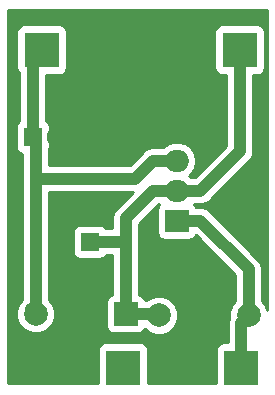
<source format=gbr>
G04 #@! TF.GenerationSoftware,KiCad,Pcbnew,5.0.2-bee76a0~70~ubuntu18.10.1*
G04 #@! TF.CreationDate,2019-02-15T20:09:43+01:00*
G04 #@! TF.ProjectId,vortex,766f7274-6578-42e6-9b69-6361645f7063,rev?*
G04 #@! TF.SameCoordinates,PX335a7c0PY7d7a120*
G04 #@! TF.FileFunction,Copper,L1,Top*
G04 #@! TF.FilePolarity,Positive*
%FSLAX46Y46*%
G04 Gerber Fmt 4.6, Leading zero omitted, Abs format (unit mm)*
G04 Created by KiCad (PCBNEW 5.0.2-bee76a0~70~ubuntu18.10.1) date Fr 15 Feb 2019 20:09:43 CET*
%MOMM*%
%LPD*%
G01*
G04 APERTURE LIST*
G04 #@! TA.AperFunction,ComponentPad*
%ADD10R,3.000000X3.000000*%
G04 #@! TD*
G04 #@! TA.AperFunction,ComponentPad*
%ADD11R,2.000000X1.905000*%
G04 #@! TD*
G04 #@! TA.AperFunction,ComponentPad*
%ADD12O,2.000000X1.905000*%
G04 #@! TD*
G04 #@! TA.AperFunction,ComponentPad*
%ADD13R,2.000000X2.000000*%
G04 #@! TD*
G04 #@! TA.AperFunction,ComponentPad*
%ADD14C,2.000000*%
G04 #@! TD*
G04 #@! TA.AperFunction,ComponentPad*
%ADD15R,1.600000X1.600000*%
G04 #@! TD*
G04 #@! TA.AperFunction,ComponentPad*
%ADD16C,1.600000*%
G04 #@! TD*
G04 #@! TA.AperFunction,ComponentPad*
%ADD17C,3.000000*%
G04 #@! TD*
G04 #@! TA.AperFunction,Conductor*
%ADD18C,1.000000*%
G04 #@! TD*
G04 #@! TA.AperFunction,Conductor*
%ADD19C,0.254000*%
G04 #@! TD*
G04 APERTURE END LIST*
D10*
G04 #@! TO.P,RV10k1,3*
G04 #@! TO.N,Net-(RV10k1-Pad3)*
X10447000Y2032000D03*
G04 #@! TO.P,RV10k1,2*
G04 #@! TO.N,GND*
X15447000Y2032000D03*
G04 #@! TO.P,RV10k1,1*
G04 #@! TO.N,Net-(R1K1-Pad2)*
X20447000Y2032000D03*
G04 #@! TD*
D11*
G04 #@! TO.P,Regulator1,1*
G04 #@! TO.N,Net-(R1K1-Pad2)*
X14986000Y14478000D03*
D12*
G04 #@! TO.P,Regulator1,2*
G04 #@! TO.N,/Motor+*
X14986000Y17018000D03*
G04 #@! TO.P,Regulator1,3*
G04 #@! TO.N,/VIn*
X14986000Y19558000D03*
G04 #@! TD*
D13*
G04 #@! TO.P,D1n4007,1*
G04 #@! TO.N,/Motor+*
X10668000Y6604000D03*
D14*
G04 #@! TO.P,D1n4007,2*
G04 #@! TO.N,/VIn*
X3048000Y6604000D03*
G04 #@! TD*
D15*
G04 #@! TO.P,C47uF20V1,1*
G04 #@! TO.N,/VIn*
X2794000Y21590000D03*
D16*
G04 #@! TO.P,C47uF20V1,2*
G04 #@! TO.N,GND*
X4794000Y21590000D03*
G04 #@! TD*
D17*
G04 #@! TO.P,Motor1,2*
G04 #@! TO.N,GND*
X15240000Y28956000D03*
D10*
G04 #@! TO.P,Motor1,1*
G04 #@! TO.N,/Motor+*
X20320000Y28956000D03*
G04 #@! TD*
D14*
G04 #@! TO.P,R1K1,1*
G04 #@! TO.N,/Motor+*
X13462000Y6477000D03*
G04 #@! TO.P,R1K1,2*
G04 #@! TO.N,Net-(R1K1-Pad2)*
X21082000Y6477000D03*
G04 #@! TD*
D17*
G04 #@! TO.P,VIn1,1*
G04 #@! TO.N,GND*
X8636000Y28956000D03*
D10*
G04 #@! TO.P,VIn1,2*
G04 #@! TO.N,/VIn*
X3556000Y28956000D03*
G04 #@! TD*
D15*
G04 #@! TO.P,C47uF20V2,1*
G04 #@! TO.N,/Motor+*
X7620000Y12700000D03*
D16*
G04 #@! TO.P,C47uF20V2,2*
G04 #@! TO.N,GND*
X5120000Y12700000D03*
G04 #@! TD*
D18*
G04 #@! TO.N,Net-(R1K1-Pad2)*
X21034500Y6477000D02*
X21082000Y6477000D01*
X21082000Y7891213D02*
X21082000Y6477000D01*
X16986000Y14478000D02*
X21082000Y10382000D01*
X21082000Y10382000D02*
X21082000Y7891213D01*
X14986000Y14478000D02*
X16986000Y14478000D01*
X20447000Y5842000D02*
X21082000Y6477000D01*
X20447000Y2032000D02*
X20447000Y5842000D01*
G04 #@! TO.N,/VIn*
X2667000Y6985000D02*
X3048000Y6604000D01*
X2794000Y28194000D02*
X2794000Y21590000D01*
X3556000Y28956000D02*
X2794000Y28194000D01*
X3048000Y21336000D02*
X2794000Y21590000D01*
X11462000Y18034000D02*
X3048000Y18034000D01*
X12986000Y19558000D02*
X11462000Y18034000D01*
X14986000Y19558000D02*
X12986000Y19558000D01*
X3048000Y6604000D02*
X3048000Y18034000D01*
X3048000Y18034000D02*
X3048000Y21336000D01*
G04 #@! TO.N,/Motor+*
X16986000Y17018000D02*
X20320000Y20352000D01*
X14986000Y17018000D02*
X16986000Y17018000D01*
X20320000Y20352000D02*
X20320000Y28956000D01*
X7620000Y12700000D02*
X9420000Y12700000D01*
X13335000Y6604000D02*
X13462000Y6477000D01*
X10668000Y6604000D02*
X13335000Y6604000D01*
X10668000Y8604000D02*
X10668000Y12700000D01*
X10668000Y6604000D02*
X10668000Y8604000D01*
X9420000Y12700000D02*
X10668000Y12700000D01*
X10668000Y14700000D02*
X10668000Y12700000D01*
X12986000Y17018000D02*
X10668000Y14700000D01*
X14986000Y17018000D02*
X12986000Y17018000D01*
G04 #@! TD*
D19*
G04 #@! TO.N,GND*
G36*
X22658000Y6944660D02*
X22468086Y7403153D01*
X22217000Y7654239D01*
X22217000Y10270217D01*
X22239235Y10382000D01*
X22151146Y10824855D01*
X21900289Y11200289D01*
X21805522Y11263610D01*
X17867613Y15201518D01*
X17804289Y15296289D01*
X17428855Y15547146D01*
X17097783Y15613000D01*
X16986000Y15635235D01*
X16874217Y15613000D01*
X16597139Y15613000D01*
X16584157Y15678265D01*
X16447356Y15883000D01*
X16874217Y15883000D01*
X16986000Y15860765D01*
X17097783Y15883000D01*
X17428855Y15948854D01*
X17804289Y16199711D01*
X17867613Y16294482D01*
X21043521Y19470390D01*
X21138289Y19533711D01*
X21389146Y19909145D01*
X21442507Y20177411D01*
X21477235Y20351999D01*
X21455000Y20463782D01*
X21455000Y26808560D01*
X21820000Y26808560D01*
X22067765Y26857843D01*
X22277809Y26998191D01*
X22418157Y27208235D01*
X22467440Y27456000D01*
X22467440Y30456000D01*
X22418157Y30703765D01*
X22277809Y30913809D01*
X22067765Y31054157D01*
X21820000Y31103440D01*
X18820000Y31103440D01*
X18572235Y31054157D01*
X18362191Y30913809D01*
X18221843Y30703765D01*
X18172560Y30456000D01*
X18172560Y27456000D01*
X18221843Y27208235D01*
X18362191Y26998191D01*
X18572235Y26857843D01*
X18820000Y26808560D01*
X19185001Y26808560D01*
X19185000Y20822132D01*
X16515869Y18153000D01*
X16184386Y18153000D01*
X16178023Y18162523D01*
X15990233Y18288000D01*
X16178023Y18413477D01*
X16528891Y18938589D01*
X16652100Y19558000D01*
X16528891Y20177411D01*
X16178023Y20702523D01*
X15652911Y21053391D01*
X15189850Y21145500D01*
X14782150Y21145500D01*
X14319089Y21053391D01*
X13793977Y20702523D01*
X13787614Y20693000D01*
X13097781Y20693000D01*
X12985999Y20715235D01*
X12874217Y20693000D01*
X12543145Y20627146D01*
X12167711Y20376289D01*
X12104391Y20281524D01*
X10991869Y19169000D01*
X4183000Y19169000D01*
X4183000Y20528531D01*
X4192157Y20542235D01*
X4241440Y20790000D01*
X4241440Y22390000D01*
X4192157Y22637765D01*
X4051809Y22847809D01*
X3929000Y22929868D01*
X3929000Y26808560D01*
X5056000Y26808560D01*
X5303765Y26857843D01*
X5513809Y26998191D01*
X5654157Y27208235D01*
X5703440Y27456000D01*
X5703440Y30456000D01*
X5654157Y30703765D01*
X5513809Y30913809D01*
X5303765Y31054157D01*
X5056000Y31103440D01*
X2056000Y31103440D01*
X1808235Y31054157D01*
X1598191Y30913809D01*
X1457843Y30703765D01*
X1408560Y30456000D01*
X1408560Y27456000D01*
X1457843Y27208235D01*
X1598191Y26998191D01*
X1659000Y26957559D01*
X1659001Y22929869D01*
X1536191Y22847809D01*
X1395843Y22637765D01*
X1346560Y22390000D01*
X1346560Y20790000D01*
X1395843Y20542235D01*
X1536191Y20332191D01*
X1746235Y20191843D01*
X1913001Y20158672D01*
X1913000Y18145784D01*
X1890765Y18034000D01*
X1913001Y17922212D01*
X1913000Y7846244D01*
X1848712Y7803288D01*
X1674856Y7543095D01*
X1661914Y7530153D01*
X1654910Y7513244D01*
X1597854Y7427854D01*
X1577819Y7327129D01*
X1413000Y6929222D01*
X1413000Y6278778D01*
X1661914Y5677847D01*
X2121847Y5217914D01*
X2722778Y4969000D01*
X3373222Y4969000D01*
X3974153Y5217914D01*
X4434086Y5677847D01*
X4683000Y6278778D01*
X4683000Y6929222D01*
X4434086Y7530153D01*
X4183000Y7781239D01*
X4183000Y16899000D01*
X11261868Y16899000D01*
X9944482Y15581613D01*
X9849711Y15518289D01*
X9598855Y15142855D01*
X9598854Y15142854D01*
X9510765Y14700000D01*
X9533000Y14588216D01*
X9533000Y13835000D01*
X8959868Y13835000D01*
X8877809Y13957809D01*
X8667765Y14098157D01*
X8420000Y14147440D01*
X6820000Y14147440D01*
X6572235Y14098157D01*
X6362191Y13957809D01*
X6221843Y13747765D01*
X6172560Y13500000D01*
X6172560Y11900000D01*
X6221843Y11652235D01*
X6362191Y11442191D01*
X6572235Y11301843D01*
X6820000Y11252560D01*
X8420000Y11252560D01*
X8667765Y11301843D01*
X8877809Y11442191D01*
X8959868Y11565000D01*
X9533001Y11565000D01*
X9533000Y8492218D01*
X9533001Y8492213D01*
X9533001Y8224587D01*
X9420235Y8202157D01*
X9210191Y8061809D01*
X9069843Y7851765D01*
X9020560Y7604000D01*
X9020560Y5604000D01*
X9069843Y5356235D01*
X9210191Y5146191D01*
X9420235Y5005843D01*
X9668000Y4956560D01*
X11668000Y4956560D01*
X11915765Y5005843D01*
X12125809Y5146191D01*
X12266157Y5356235D01*
X12266882Y5359879D01*
X12535847Y5090914D01*
X13136778Y4842000D01*
X13787222Y4842000D01*
X14388153Y5090914D01*
X14848086Y5550847D01*
X15097000Y6151778D01*
X15097000Y6802222D01*
X14848086Y7403153D01*
X14388153Y7863086D01*
X13787222Y8112000D01*
X13136778Y8112000D01*
X12535847Y7863086D01*
X12411761Y7739000D01*
X12288587Y7739000D01*
X12266157Y7851765D01*
X12125809Y8061809D01*
X11915765Y8202157D01*
X11803000Y8224587D01*
X11803000Y12588217D01*
X11825235Y12700000D01*
X11803000Y12811783D01*
X11803000Y14229869D01*
X13456132Y15883000D01*
X13524644Y15883000D01*
X13387843Y15678265D01*
X13338560Y15430500D01*
X13338560Y13525500D01*
X13387843Y13277735D01*
X13528191Y13067691D01*
X13738235Y12927343D01*
X13986000Y12878060D01*
X15986000Y12878060D01*
X16233765Y12927343D01*
X16443809Y13067691D01*
X16582946Y13275923D01*
X19947000Y9911868D01*
X19947001Y8003000D01*
X19947000Y8002995D01*
X19947000Y7654239D01*
X19695914Y7403153D01*
X19447000Y6802222D01*
X19447000Y6388338D01*
X19443085Y6382478D01*
X19377854Y6284854D01*
X19289765Y5842000D01*
X19312001Y5730212D01*
X19312001Y4179440D01*
X18947000Y4179440D01*
X18699235Y4130157D01*
X18489191Y3989809D01*
X18348843Y3779765D01*
X18299560Y3532000D01*
X18299560Y710000D01*
X12594440Y710000D01*
X12594440Y3532000D01*
X12545157Y3779765D01*
X12404809Y3989809D01*
X12194765Y4130157D01*
X11947000Y4179440D01*
X8947000Y4179440D01*
X8699235Y4130157D01*
X8489191Y3989809D01*
X8348843Y3779765D01*
X8299560Y3532000D01*
X8299560Y710000D01*
X710000Y710000D01*
X710000Y32310000D01*
X22658001Y32310000D01*
X22658000Y6944660D01*
X22658000Y6944660D01*
G37*
X22658000Y6944660D02*
X22468086Y7403153D01*
X22217000Y7654239D01*
X22217000Y10270217D01*
X22239235Y10382000D01*
X22151146Y10824855D01*
X21900289Y11200289D01*
X21805522Y11263610D01*
X17867613Y15201518D01*
X17804289Y15296289D01*
X17428855Y15547146D01*
X17097783Y15613000D01*
X16986000Y15635235D01*
X16874217Y15613000D01*
X16597139Y15613000D01*
X16584157Y15678265D01*
X16447356Y15883000D01*
X16874217Y15883000D01*
X16986000Y15860765D01*
X17097783Y15883000D01*
X17428855Y15948854D01*
X17804289Y16199711D01*
X17867613Y16294482D01*
X21043521Y19470390D01*
X21138289Y19533711D01*
X21389146Y19909145D01*
X21442507Y20177411D01*
X21477235Y20351999D01*
X21455000Y20463782D01*
X21455000Y26808560D01*
X21820000Y26808560D01*
X22067765Y26857843D01*
X22277809Y26998191D01*
X22418157Y27208235D01*
X22467440Y27456000D01*
X22467440Y30456000D01*
X22418157Y30703765D01*
X22277809Y30913809D01*
X22067765Y31054157D01*
X21820000Y31103440D01*
X18820000Y31103440D01*
X18572235Y31054157D01*
X18362191Y30913809D01*
X18221843Y30703765D01*
X18172560Y30456000D01*
X18172560Y27456000D01*
X18221843Y27208235D01*
X18362191Y26998191D01*
X18572235Y26857843D01*
X18820000Y26808560D01*
X19185001Y26808560D01*
X19185000Y20822132D01*
X16515869Y18153000D01*
X16184386Y18153000D01*
X16178023Y18162523D01*
X15990233Y18288000D01*
X16178023Y18413477D01*
X16528891Y18938589D01*
X16652100Y19558000D01*
X16528891Y20177411D01*
X16178023Y20702523D01*
X15652911Y21053391D01*
X15189850Y21145500D01*
X14782150Y21145500D01*
X14319089Y21053391D01*
X13793977Y20702523D01*
X13787614Y20693000D01*
X13097781Y20693000D01*
X12985999Y20715235D01*
X12874217Y20693000D01*
X12543145Y20627146D01*
X12167711Y20376289D01*
X12104391Y20281524D01*
X10991869Y19169000D01*
X4183000Y19169000D01*
X4183000Y20528531D01*
X4192157Y20542235D01*
X4241440Y20790000D01*
X4241440Y22390000D01*
X4192157Y22637765D01*
X4051809Y22847809D01*
X3929000Y22929868D01*
X3929000Y26808560D01*
X5056000Y26808560D01*
X5303765Y26857843D01*
X5513809Y26998191D01*
X5654157Y27208235D01*
X5703440Y27456000D01*
X5703440Y30456000D01*
X5654157Y30703765D01*
X5513809Y30913809D01*
X5303765Y31054157D01*
X5056000Y31103440D01*
X2056000Y31103440D01*
X1808235Y31054157D01*
X1598191Y30913809D01*
X1457843Y30703765D01*
X1408560Y30456000D01*
X1408560Y27456000D01*
X1457843Y27208235D01*
X1598191Y26998191D01*
X1659000Y26957559D01*
X1659001Y22929869D01*
X1536191Y22847809D01*
X1395843Y22637765D01*
X1346560Y22390000D01*
X1346560Y20790000D01*
X1395843Y20542235D01*
X1536191Y20332191D01*
X1746235Y20191843D01*
X1913001Y20158672D01*
X1913000Y18145784D01*
X1890765Y18034000D01*
X1913001Y17922212D01*
X1913000Y7846244D01*
X1848712Y7803288D01*
X1674856Y7543095D01*
X1661914Y7530153D01*
X1654910Y7513244D01*
X1597854Y7427854D01*
X1577819Y7327129D01*
X1413000Y6929222D01*
X1413000Y6278778D01*
X1661914Y5677847D01*
X2121847Y5217914D01*
X2722778Y4969000D01*
X3373222Y4969000D01*
X3974153Y5217914D01*
X4434086Y5677847D01*
X4683000Y6278778D01*
X4683000Y6929222D01*
X4434086Y7530153D01*
X4183000Y7781239D01*
X4183000Y16899000D01*
X11261868Y16899000D01*
X9944482Y15581613D01*
X9849711Y15518289D01*
X9598855Y15142855D01*
X9598854Y15142854D01*
X9510765Y14700000D01*
X9533000Y14588216D01*
X9533000Y13835000D01*
X8959868Y13835000D01*
X8877809Y13957809D01*
X8667765Y14098157D01*
X8420000Y14147440D01*
X6820000Y14147440D01*
X6572235Y14098157D01*
X6362191Y13957809D01*
X6221843Y13747765D01*
X6172560Y13500000D01*
X6172560Y11900000D01*
X6221843Y11652235D01*
X6362191Y11442191D01*
X6572235Y11301843D01*
X6820000Y11252560D01*
X8420000Y11252560D01*
X8667765Y11301843D01*
X8877809Y11442191D01*
X8959868Y11565000D01*
X9533001Y11565000D01*
X9533000Y8492218D01*
X9533001Y8492213D01*
X9533001Y8224587D01*
X9420235Y8202157D01*
X9210191Y8061809D01*
X9069843Y7851765D01*
X9020560Y7604000D01*
X9020560Y5604000D01*
X9069843Y5356235D01*
X9210191Y5146191D01*
X9420235Y5005843D01*
X9668000Y4956560D01*
X11668000Y4956560D01*
X11915765Y5005843D01*
X12125809Y5146191D01*
X12266157Y5356235D01*
X12266882Y5359879D01*
X12535847Y5090914D01*
X13136778Y4842000D01*
X13787222Y4842000D01*
X14388153Y5090914D01*
X14848086Y5550847D01*
X15097000Y6151778D01*
X15097000Y6802222D01*
X14848086Y7403153D01*
X14388153Y7863086D01*
X13787222Y8112000D01*
X13136778Y8112000D01*
X12535847Y7863086D01*
X12411761Y7739000D01*
X12288587Y7739000D01*
X12266157Y7851765D01*
X12125809Y8061809D01*
X11915765Y8202157D01*
X11803000Y8224587D01*
X11803000Y12588217D01*
X11825235Y12700000D01*
X11803000Y12811783D01*
X11803000Y14229869D01*
X13456132Y15883000D01*
X13524644Y15883000D01*
X13387843Y15678265D01*
X13338560Y15430500D01*
X13338560Y13525500D01*
X13387843Y13277735D01*
X13528191Y13067691D01*
X13738235Y12927343D01*
X13986000Y12878060D01*
X15986000Y12878060D01*
X16233765Y12927343D01*
X16443809Y13067691D01*
X16582946Y13275923D01*
X19947000Y9911868D01*
X19947001Y8003000D01*
X19947000Y8002995D01*
X19947000Y7654239D01*
X19695914Y7403153D01*
X19447000Y6802222D01*
X19447000Y6388338D01*
X19443085Y6382478D01*
X19377854Y6284854D01*
X19289765Y5842000D01*
X19312001Y5730212D01*
X19312001Y4179440D01*
X18947000Y4179440D01*
X18699235Y4130157D01*
X18489191Y3989809D01*
X18348843Y3779765D01*
X18299560Y3532000D01*
X18299560Y710000D01*
X12594440Y710000D01*
X12594440Y3532000D01*
X12545157Y3779765D01*
X12404809Y3989809D01*
X12194765Y4130157D01*
X11947000Y4179440D01*
X8947000Y4179440D01*
X8699235Y4130157D01*
X8489191Y3989809D01*
X8348843Y3779765D01*
X8299560Y3532000D01*
X8299560Y710000D01*
X710000Y710000D01*
X710000Y32310000D01*
X22658001Y32310000D01*
X22658000Y6944660D01*
G04 #@! TD*
M02*

</source>
